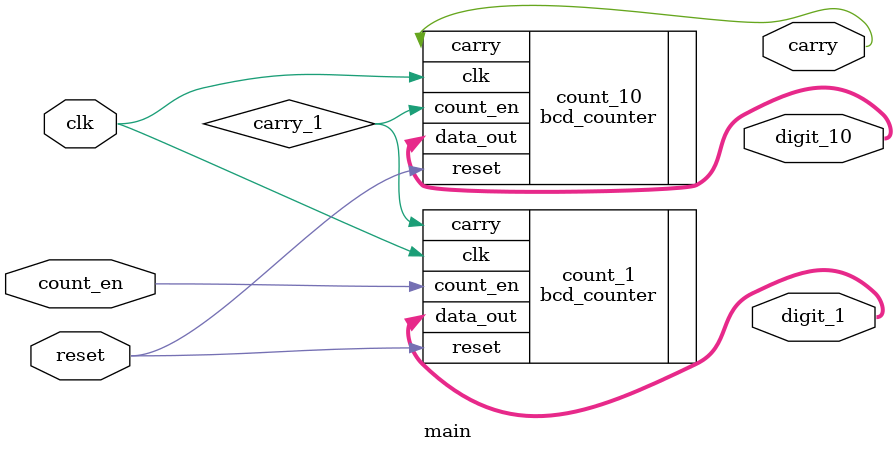
<source format=v>

module main (
  input clk,
  input reset,
  input count_en,
  output [3:0] digit_1,
  output [3:0] digit_10,
  output carry
);

wire carry_1;

bcd_counter count_1 (
    .clk(clk),
    .reset(reset),
    .count_en(count_en),
    .data_out(digit_1),
    .carry(carry_1)
);

bcd_counter count_10 (
    .clk(clk),
    .reset(reset),
    .count_en(carry_1),
    .data_out(digit_10),
    .carry(carry)
);

endmodule

</source>
